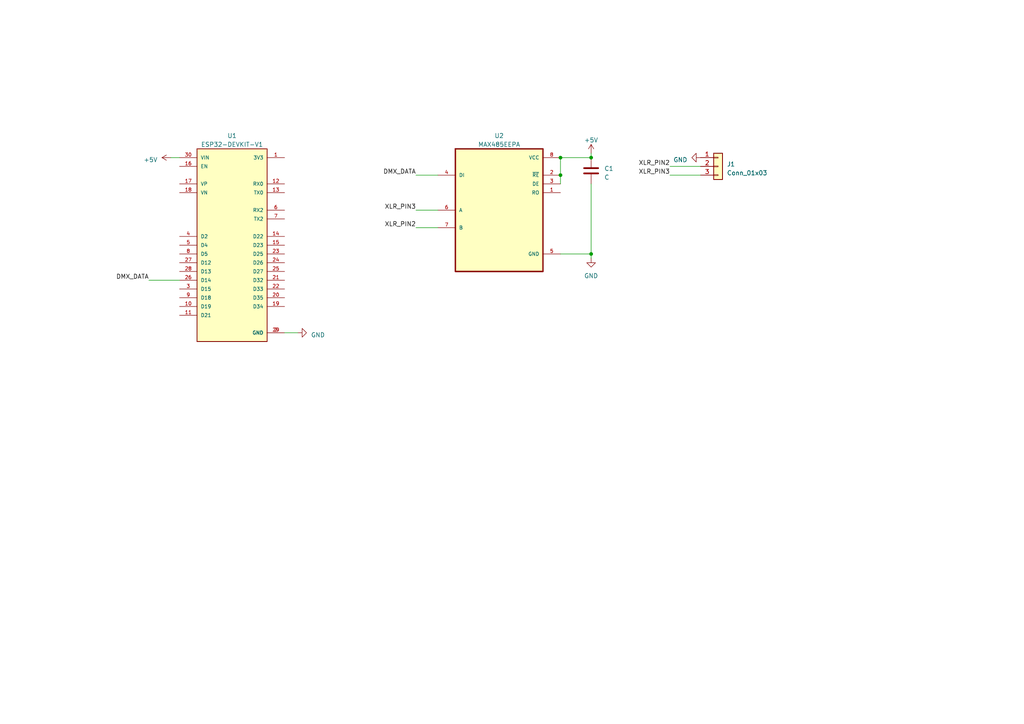
<source format=kicad_sch>
(kicad_sch (version 20230121) (generator eeschema)
  (paper "A4")
  (lib_symbols
    (symbol "Connector_Generic:Conn_01x03" (pin_names (offset 1.016) hide)
      (property "Reference" "J" (at 0 5.08 0))
      (property "Value" "Conn_01x03" (at 0 -5.08 0))
      (symbol "Conn_01x03_1_1"
        (rectangle (start -1.27 -2.413) (end 0 -2.667) (stroke (width 0.1524)))
        (rectangle (start -1.27 0.127) (end 0 -0.127) (stroke (width 0.1524)))
        (rectangle (start -1.27 2.667) (end 0 2.413) (stroke (width 0.1524)))
        (rectangle (start -1.27 3.81) (end 1.27 -3.81) (stroke (width 0.254)) (fill (type background)))
        (pin passive line (at -5.08 2.54 0) (length 3.81) (name "Pin_1") (number "1"))
        (pin passive line (at -5.08 0 0) (length 3.81) (name "Pin_2") (number "2"))
        (pin passive line (at -5.08 -2.54 0) (length 3.81) (name "Pin_3") (number "3"))
      )
    )
    (symbol "Device:C" (pin_numbers hide) (pin_names (offset 0.254))
      (property "Reference" "C" (at 0.635 2.54 0))
      (property "Value" "C" (at 0.635 -2.54 0))
      (symbol "C_0_1"
        (polyline (pts (xy -2.032 -0.762) (xy 2.032 -0.762)) (stroke (width 0.508)))
        (polyline (pts (xy -2.032 0.762) (xy 2.032 0.762)) (stroke (width 0.508)))
      )
      (symbol "C_1_1"
        (pin passive line (at 0 3.81 270) (length 2.794) (name "~") (number "1"))
        (pin passive line (at 0 -3.81 90) (length 2.794) (name "~") (number "2"))
      )
    )
    (symbol "ESP32-DEVKIT-V1:ESP32-DEVKIT-V1" (pin_names (offset 1.016))
      (property "Reference" "U" (at -10.16 30.48 0))
      (property "Value" "ESP32-DEVKIT-V1" (at -10.16 -30.48 0))
      (symbol "ESP32-DEVKIT-V1_0_0"
        (rectangle (start -10.16 -27.94) (end 10.16 27.94) (stroke (width 0.254)) (fill (type background)))
        (pin output line (at 15.24 25.4 180) (length 5.08) (name "3V3") (number "1"))
        (pin bidirectional line (at -15.24 -17.78 0) (length 5.08) (name "D19") (number "10"))
        (pin bidirectional line (at -15.24 -20.32 0) (length 5.08) (name "D21") (number "11"))
        (pin input line (at 15.24 17.78 180) (length 5.08) (name "RX0") (number "12"))
        (pin output line (at 15.24 15.24 180) (length 5.08) (name "TX0") (number "13"))
        (pin bidirectional line (at 15.24 2.54 180) (length 5.08) (name "D22") (number "14"))
        (pin bidirectional line (at 15.24 0 180) (length 5.08) (name "D23") (number "15"))
        (pin input line (at -15.24 22.86 0) (length 5.08) (name "EN") (number "16"))
        (pin bidirectional line (at -15.24 17.78 0) (length 5.08) (name "VP") (number "17"))
        (pin bidirectional line (at -15.24 15.24 0) (length 5.08) (name "VN") (number "18"))
        (pin bidirectional line (at 15.24 -17.78 180) (length 5.08) (name "D34") (number "19"))
        (pin power_in line (at 15.24 -25.4 180) (length 5.08) (name "GND") (number "2"))
        (pin bidirectional line (at 15.24 -15.24 180) (length 5.08) (name "D35") (number "20"))
        (pin bidirectional line (at 15.24 -10.16 180) (length 5.08) (name "D32") (number "21"))
        (pin bidirectional line (at 15.24 -12.7 180) (length 5.08) (name "D33") (number "22"))
        (pin bidirectional line (at 15.24 -2.54 180) (length 5.08) (name "D25") (number "23"))
        (pin bidirectional line (at 15.24 -5.08 180) (length 5.08) (name "D26") (number "24"))
        (pin bidirectional line (at 15.24 -7.62 180) (length 5.08) (name "D27") (number "25"))
        (pin bidirectional line (at -15.24 -10.16 0) (length 5.08) (name "D14") (number "26"))
        (pin bidirectional line (at -15.24 -5.08 0) (length 5.08) (name "D12") (number "27"))
        (pin bidirectional line (at -15.24 -7.62 0) (length 5.08) (name "D13") (number "28"))
        (pin power_in line (at 15.24 -25.4 180) (length 5.08) (name "GND") (number "29"))
        (pin bidirectional line (at -15.24 -12.7 0) (length 5.08) (name "D15") (number "3"))
        (pin input line (at -15.24 25.4 0) (length 5.08) (name "VIN") (number "30"))
        (pin bidirectional line (at -15.24 2.54 0) (length 5.08) (name "D2") (number "4"))
        (pin bidirectional line (at -15.24 0 0) (length 5.08) (name "D4") (number "5"))
        (pin input line (at 15.24 10.16 180) (length 5.08) (name "RX2") (number "6"))
        (pin output line (at 15.24 7.62 180) (length 5.08) (name "TX2") (number "7"))
        (pin bidirectional line (at -15.24 -2.54 0) (length 5.08) (name "D5") (number "8"))
        (pin bidirectional line (at -15.24 -15.24 0) (length 5.08) (name "D18") (number "9"))
      )
    )
    (symbol "MAX485EEPA:MAX485EEPA" (pin_names (offset 1.016))
      (property "Reference" "U" (at -12.7 18.78 0))
      (property "Value" "MAX485EEPA" (at -12.7 -21.78 0))
      (symbol "MAX485EEPA_0_0"
        (rectangle (start -12.7 -17.78) (end 12.7 17.78) (stroke (width 0.41)) (fill (type background)))
        (pin output line (at 17.78 5.08 180) (length 5.08) (name "RO") (number "1"))
        (pin output line (at 17.78 10.16 180) (length 5.08) (name "~{RE}") (number "2"))
        (pin output line (at 17.78 7.62 180) (length 5.08) (name "DE") (number "3"))
        (pin input line (at -17.78 10.16 0) (length 5.08) (name "DI") (number "4"))
        (pin power_in line (at 17.78 -12.7 180) (length 5.08) (name "GND") (number "5"))
        (pin bidirectional line (at -17.78 0 0) (length 5.08) (name "A") (number "6"))
        (pin bidirectional line (at -17.78 -5.08 0) (length 5.08) (name "B") (number "7"))
        (pin power_in line (at 17.78 15.24 180) (length 5.08) (name "VCC") (number "8"))
      )
    )
    (symbol "power:+5V" (power) (pin_names (offset 0))
      (property "Value" "+5V" (at 0 3.556 0))
      (symbol "+5V_0_1"
        (polyline (pts (xy -0.762 1.27) (xy 0 2.54)))
        (polyline (pts (xy 0 0) (xy 0 2.54)))
        (polyline (pts (xy 0 2.54) (xy 0.762 1.27)))
      )
      (symbol "+5V_1_1"
        (pin power_in line (at 0 0 90) (length 0) hide (name "+5V") (number "1"))
      )
    )
    (symbol "power:GND" (power) (pin_names (offset 0))
      (property "Value" "GND" (at 0 -3.81 0))
      (symbol "GND_0_1"
        (polyline (pts (xy 0 0) (xy 0 -1.27) (xy 1.27 -1.27) (xy 0 -2.54) (xy -1.27 -1.27) (xy 0 -1.27)))
      )
      (symbol "GND_1_1"
        (pin power_in line (at 0 0 270) (length 0) hide (name "GND") (number "1"))
      )
    )
  )
  (junction (at 162.56 45.72))
  (junction (at 171.45 73.66))
  (junction (at 171.45 45.72))
  (junction (at 162.56 50.8))
  (wire (pts (xy 162.56 45.72) (xy 162.56 50.8)))
  (wire (pts (xy 43.18 81.28) (xy 52.07 81.28)))
  (wire (pts (xy 49.53 45.72) (xy 52.07 45.72)))
  (wire (pts (xy 162.56 73.66) (xy 171.45 73.66)))
  (wire (pts (xy 171.45 73.66) (xy 171.45 74.93)))
  (wire (pts (xy 162.56 50.8) (xy 162.56 53.34)))
  (wire (pts (xy 86.36 96.52) (xy 82.55 96.52)))
  (wire (pts (xy 120.65 60.96) (xy 127 60.96)))
  (wire (pts (xy 162.56 45.72) (xy 171.45 45.72)))
  (wire (pts (xy 194.31 50.8) (xy 203.2 50.8)))
  (wire (pts (xy 194.31 48.26) (xy 203.2 48.26)))
  (wire (pts (xy 171.45 53.34) (xy 171.45 73.66)))
  (wire (pts (xy 120.65 50.8) (xy 127 50.8)))
  (wire (pts (xy 120.65 66.04) (xy 127 66.04)))
  (wire (pts (xy 171.45 44.45) (xy 171.45 45.72)))
  (label "XLR_PIN3" (at 194.31 50.8 180))
  (label "DMX_DATA" (at 43.18 81.28 180))
  (label "XLR_PIN3" (at 120.65 60.96 180))
  (label "XLR_PIN2" (at 194.31 48.26 180))
  (label "XLR_PIN2" (at 120.65 66.04 180))
  (label "DMX_DATA" (at 120.65 50.8 180))
  (symbol (lib_id "power:+5V") (at 171.45 44.45 0) (unit 1)
    (property "Reference" "#PWR01" (effects hide))
    (property "Value" "+5V" (at 171.45 40.64 0))
  )
  (symbol (lib_id "power:GND") (at 86.36 96.52 90) (unit 1)
    (property "Reference" "#PWR03" (effects hide))
    (property "Value" "GND" (at 90.17 97.155 90) (effects (justify right)))
  )
  (symbol (lib_id "power:GND") (at 171.45 74.93 0) (unit 1)
    (property "Reference" "#PWR02" (effects hide))
    (property "Value" "GND" (at 171.45 80.01 0))
  )
  (symbol (lib_id "ESP32-DEVKIT-V1:ESP32-DEVKIT-V1") (at 67.31 71.12 0) (unit 1)
    (property "Reference" "U1" (at 67.31 39.37 0))
    (property "Value" "ESP32-DEVKIT-V1" (at 67.31 41.91 0))
    (property "Footprint" "footprints:MODULE_ESP32_DEVKIT_V1" (effects hide))
    (property "MF" "Do it" (effects hide))
    (property "MAXIMUM_PACKAGE_HEIGHT" "6.8 mm" (effects hide))
    (property "Package" "None" (effects hide))
    (property "Price" "None" (effects hide))
    (property "Check_prices" "https://www.snapeda.com/parts/ESP32-DEVKIT-V1/Do+it/view-part/?ref=eda" (effects hide))
    (property "STANDARD" "Manufacturer Recommendations" (effects hide))
    (property "PARTREV" "N/A" (effects hide))
    (property "SnapEDA_Link" "https://www.snapeda.com/parts/ESP32-DEVKIT-V1/Do+it/view-part/?ref=snap" (effects hide))
    (property "MP" "ESP32-DEVKIT-V1" (effects hide))
    (property "Description" "\nDual core, Wi-Fi: 2.4 GHz up to 150 Mbits/s,BLE (Bluetooth Low Energy) and legacy Bluetooth, 32 bits, Up to 240 MHz\n" (effects hide))
    (property "Availability" "Not in stock" (effects hide))
    (property "MANUFACTURER" "DOIT" (effects hide))
  )
  (symbol (lib_id "power:GND") (at 203.2 45.72 270) (unit 1)
    (property "Reference" "#PWR07" (effects hide))
    (property "Value" "GND" (at 199.39 46.355 90) (effects (justify right)))
  )
  (symbol (lib_id "MAX485EEPA:MAX485EEPA") (at 144.78 60.96 0) (unit 1)
    (property "Reference" "U2" (at 144.78 39.37 0))
    (property "Value" "MAX485EEPA" (at 144.78 41.91 0))
    (property "Footprint" "Footprints:DIP794W47P254L991H457Q8" (effects hide))
    (property "MF" "Analog Devices" (effects hide))
    (property "Description" "\n1/1 Transceiver Half RS422, RS485 8-PDIP\n" (effects hide))
    (property "Package" "DIP-8 Maxim Integrated" (effects hide))
    (property "Price" "None" (effects hide))
    (property "SnapEDA_Link" "https://www.snapeda.com/parts/MAX485EEPA/Analog+Devices/view-part/?ref=snap" (effects hide))
    (property "MP" "MAX485EEPA" (effects hide))
    (property "Purchase-URL" "https://www.snapeda.com/api/url_track_click_mouser/?unipart_id=1039063&manufacturer=Analog Devices&part_name=MAX485EEPA&search_term=max-485" (effects hide))
    (property "Availability" "In Stock" (effects hide))
    (property "Check_prices" "https://www.snapeda.com/parts/MAX485EEPA/Analog+Devices/view-part/?ref=eda" (effects hide))
  )
  (symbol (lib_id "Connector_Generic:Conn_01x03") (at 208.28 48.26 0) (unit 1)
    (property "Reference" "J1" (at 210.82 47.625 0) (effects (justify left)))
    (property "Value" "Conn_01x03" (at 210.82 50.165 0) (effects (justify left)))
    (property "Footprint" "Connector_PinSocket_2.54mm:PinSocket_1x03_P2.54mm_Vertical" (effects hide))
  )
  (symbol (lib_id "Device:C") (at 171.45 49.53 0) (unit 1)
    (property "Reference" "C1" (at 175.26 48.895 0) (effects (justify left)))
    (property "Value" "C" (at 175.26 51.435 0) (effects (justify left)))
    (property "Footprint" "Capacitor_THT:C_Disc_D5.0mm_W2.5mm_P5.00mm" (effects hide))
  )
  (symbol (lib_id "power:+5V") (at 49.53 45.72 90) (unit 1)
    (property "Reference" "#PWR06" (effects hide))
    (property "Value" "+5V" (at 45.72 46.355 90) (effects (justify left)))
  )
)
</source>
